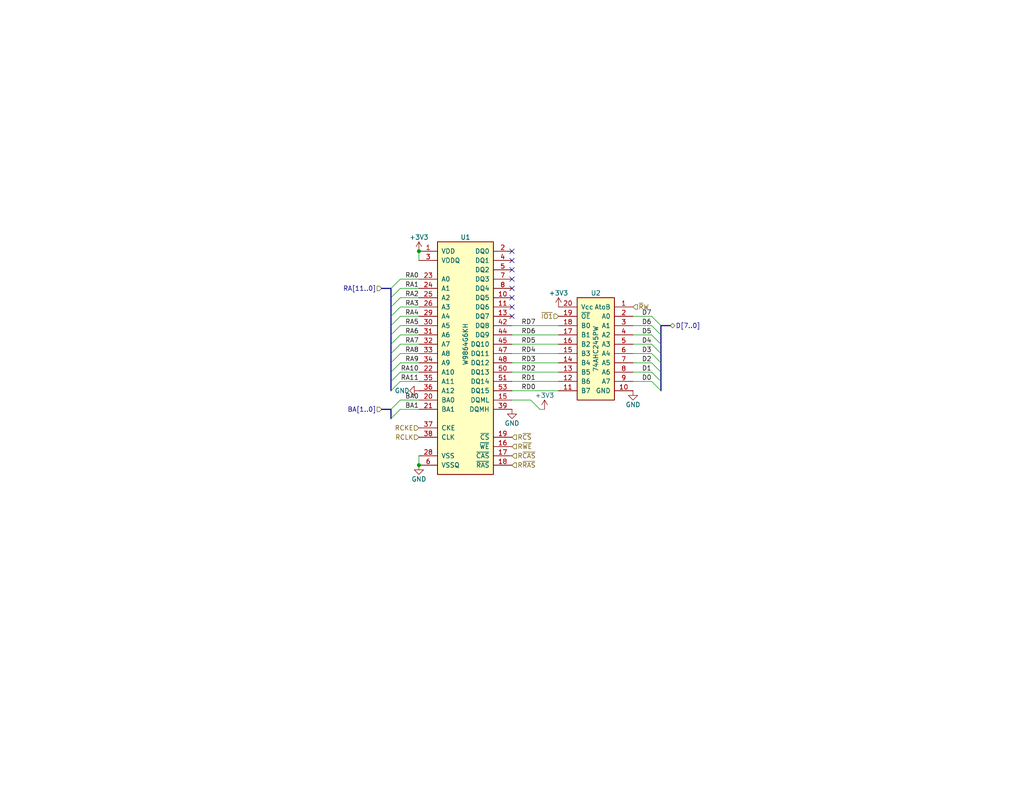
<source format=kicad_sch>
(kicad_sch (version 20211123) (generator eeschema)
  (paper "USLetter")
  (lib_symbols
    (symbol "GW_Logic:74245" (pin_names (offset 1.016))
      (property "Reference" "U" (at 0 15.24 0))
      (property "Value" "GW_Logic_74245" (at 0 0 90))
      (symbol "74245_0_1"
        (rectangle (start -5.08 13.97) (end 5.08 -13.97) (stroke (width 0.254)) (fill (type background)))
      )
      (symbol "74245_1_1"
        (pin input line (at -10.16 11.43 0) (length 5.08) (name "AtoB") (number "1"))
        (pin power_in line (at -10.16 -11.43 0) (length 5.08) (name "GND") (number "10"))
        (pin bidirectional line (at 10.16 -11.43 180) (length 5.08) (name "B7") (number "11"))
        (pin bidirectional line (at 10.16 -8.89 180) (length 5.08) (name "B6") (number "12"))
        (pin bidirectional line (at 10.16 -6.35 180) (length 5.08) (name "B5") (number "13"))
        (pin bidirectional line (at 10.16 -3.81 180) (length 5.08) (name "B4") (number "14"))
        (pin bidirectional line (at 10.16 -1.27 180) (length 5.08) (name "B3") (number "15"))
        (pin bidirectional line (at 10.16 1.27 180) (length 5.08) (name "B2") (number "16"))
        (pin bidirectional line (at 10.16 3.81 180) (length 5.08) (name "B1") (number "17"))
        (pin bidirectional line (at 10.16 6.35 180) (length 5.08) (name "B0") (number "18"))
        (pin input line (at 10.16 8.89 180) (length 5.08) (name "~{OE}") (number "19"))
        (pin bidirectional line (at -10.16 8.89 0) (length 5.08) (name "A0") (number "2"))
        (pin power_in line (at 10.16 11.43 180) (length 5.08) (name "Vcc") (number "20"))
        (pin bidirectional line (at -10.16 6.35 0) (length 5.08) (name "A1") (number "3"))
        (pin bidirectional line (at -10.16 3.81 0) (length 5.08) (name "A2") (number "4"))
        (pin bidirectional line (at -10.16 1.27 0) (length 5.08) (name "A3") (number "5"))
        (pin bidirectional line (at -10.16 -1.27 0) (length 5.08) (name "A4") (number "6"))
        (pin bidirectional line (at -10.16 -3.81 0) (length 5.08) (name "A5") (number "7"))
        (pin bidirectional line (at -10.16 -6.35 0) (length 5.08) (name "A6") (number "8"))
        (pin bidirectional line (at -10.16 -8.89 0) (length 5.08) (name "A7") (number "9"))
      )
    )
    (symbol "GW_RAM:SDRAM-16Mx16-TSOP2-54" (pin_names (offset 1.016))
      (property "Reference" "U" (at 0 29.21 0))
      (property "Value" "GW_RAM_SDRAM-16Mx16-TSOP2-54" (at 0 0 90))
      (symbol "SDRAM-16Mx16-TSOP2-54_0_1"
        (rectangle (start -7.62 27.94) (end 7.62 -35.56) (stroke (width 0.254)) (fill (type background)))
      )
      (symbol "SDRAM-16Mx16-TSOP2-54_1_1"
        (pin power_in line (at -12.7 25.4 0) (length 5.08) (name "VDD") (number "1"))
        (pin bidirectional line (at 12.7 12.7 180) (length 5.08) (name "DQ5") (number "10"))
        (pin bidirectional line (at 12.7 10.16 180) (length 5.08) (name "DQ6") (number "11"))
        (pin power_in line (at -12.7 -33.02 0) (length 5.08) hide (name "VSSQ") (number "12"))
        (pin bidirectional line (at 12.7 7.62 180) (length 5.08) (name "DQ7") (number "13"))
        (pin power_in line (at -12.7 25.4 0) (length 5.08) hide (name "VDD") (number "14"))
        (pin input line (at 12.7 -15.24 180) (length 5.08) (name "DQML") (number "15"))
        (pin input line (at 12.7 -27.94 180) (length 5.08) (name "~{WE}") (number "16"))
        (pin input line (at 12.7 -30.48 180) (length 5.08) (name "~{CAS}") (number "17"))
        (pin input line (at 12.7 -33.02 180) (length 5.08) (name "~{RAS}") (number "18"))
        (pin input line (at 12.7 -25.4 180) (length 5.08) (name "~{CS}") (number "19"))
        (pin bidirectional line (at 12.7 25.4 180) (length 5.08) (name "DQ0") (number "2"))
        (pin input line (at -12.7 -15.24 0) (length 5.08) (name "BA0") (number "20"))
        (pin input line (at -12.7 -17.78 0) (length 5.08) (name "BA1") (number "21"))
        (pin input line (at -12.7 -7.62 0) (length 5.08) (name "A10") (number "22"))
        (pin input line (at -12.7 17.78 0) (length 5.08) (name "A0") (number "23"))
        (pin input line (at -12.7 15.24 0) (length 5.08) (name "A1") (number "24"))
        (pin input line (at -12.7 12.7 0) (length 5.08) (name "A2") (number "25"))
        (pin input line (at -12.7 10.16 0) (length 5.08) (name "A3") (number "26"))
        (pin power_in line (at -12.7 25.4 0) (length 5.08) hide (name "VDD") (number "27"))
        (pin power_in line (at -12.7 -30.48 0) (length 5.08) (name "VSS") (number "28"))
        (pin input line (at -12.7 7.62 0) (length 5.08) (name "A4") (number "29"))
        (pin power_in line (at -12.7 22.86 0) (length 5.08) (name "VDDQ") (number "3"))
        (pin input line (at -12.7 5.08 0) (length 5.08) (name "A5") (number "30"))
        (pin input line (at -12.7 2.54 0) (length 5.08) (name "A6") (number "31"))
        (pin input line (at -12.7 0 0) (length 5.08) (name "A7") (number "32"))
        (pin input line (at -12.7 -2.54 0) (length 5.08) (name "A8") (number "33"))
        (pin input line (at -12.7 -5.08 0) (length 5.08) (name "A9") (number "34"))
        (pin input line (at -12.7 -10.16 0) (length 5.08) (name "A11") (number "35"))
        (pin input line (at -12.7 -12.7 0) (length 5.08) (name "A12") (number "36"))
        (pin input line (at -12.7 -22.86 0) (length 5.08) (name "CKE") (number "37"))
        (pin input line (at -12.7 -25.4 0) (length 5.08) (name "CLK") (number "38"))
        (pin input line (at 12.7 -17.78 180) (length 5.08) (name "DQMH") (number "39"))
        (pin bidirectional line (at 12.7 22.86 180) (length 5.08) (name "DQ1") (number "4"))
        (pin power_in line (at -12.7 -30.48 0) (length 5.08) hide (name "VSS") (number "41"))
        (pin bidirectional line (at 12.7 5.08 180) (length 5.08) (name "DQ8") (number "42"))
        (pin power_in line (at -12.7 22.86 0) (length 5.08) hide (name "VDDQ") (number "43"))
        (pin bidirectional line (at 12.7 2.54 180) (length 5.08) (name "DQ9") (number "44"))
        (pin bidirectional line (at 12.7 0 180) (length 5.08) (name "DQ10") (number "45"))
        (pin power_in line (at -12.7 -33.02 0) (length 5.08) hide (name "VSSQ") (number "46"))
        (pin bidirectional line (at 12.7 -2.54 180) (length 5.08) (name "DQ11") (number "47"))
        (pin bidirectional line (at 12.7 -5.08 180) (length 5.08) (name "DQ12") (number "48"))
        (pin power_in line (at -12.7 22.86 0) (length 5.08) hide (name "VDDQ") (number "49"))
        (pin bidirectional line (at 12.7 20.32 180) (length 5.08) (name "DQ2") (number "5"))
        (pin bidirectional line (at 12.7 -7.62 180) (length 5.08) (name "DQ13") (number "50"))
        (pin bidirectional line (at 12.7 -10.16 180) (length 5.08) (name "DQ14") (number "51"))
        (pin power_in line (at -12.7 -33.02 0) (length 5.08) hide (name "VSSQ") (number "52"))
        (pin bidirectional line (at 12.7 -12.7 180) (length 5.08) (name "DQ15") (number "53"))
        (pin power_in line (at -12.7 -30.48 0) (length 5.08) hide (name "VSS") (number "54"))
        (pin power_in line (at -12.7 -33.02 0) (length 5.08) (name "VSSQ") (number "6"))
        (pin bidirectional line (at 12.7 17.78 180) (length 5.08) (name "DQ3") (number "7"))
        (pin bidirectional line (at 12.7 15.24 180) (length 5.08) (name "DQ4") (number "8"))
        (pin power_in line (at -12.7 22.86 0) (length 5.08) hide (name "VDDQ") (number "9"))
      )
    )
    (symbol "power:+3V3" (power) (pin_names (offset 0))
      (property "Value" "+3V3" (at 0 3.556 0))
      (symbol "+3V3_0_1"
        (polyline (pts (xy -0.762 1.27) (xy 0 2.54)))
        (polyline (pts (xy 0 0) (xy 0 2.54)))
        (polyline (pts (xy 0 2.54) (xy 0.762 1.27)))
      )
      (symbol "+3V3_1_1"
        (pin power_in line (at 0 0 90) (length 0) hide (name "+3V3") (number "1"))
      )
    )
    (symbol "power:GND" (power) (pin_names (offset 0))
      (property "Value" "GND" (at 0 -3.81 0))
      (symbol "GND_0_1"
        (polyline (pts (xy 0 0) (xy 0 -1.27) (xy 1.27 -1.27) (xy 0 -2.54) (xy -1.27 -1.27) (xy 0 -1.27)))
      )
      (symbol "GND_1_1"
        (pin power_in line (at 0 0 270) (length 0) hide (name "GND") (number "1"))
      )
    )
  )
  (junction (at 114.3 127))
  (junction (at 114.3 68.58))
  (no_connect (at 139.7 73.66))
  (no_connect (at 139.7 83.82))
  (no_connect (at 139.7 71.12))
  (no_connect (at 139.7 76.2))
  (no_connect (at 139.7 86.36))
  (no_connect (at 139.7 68.58))
  (no_connect (at 139.7 81.28))
  (no_connect (at 139.7 78.74))
  (bus_entry (at 106.68 114.3) (size 2.54 -2.54))
  (bus_entry (at 177.8 96.52) (size 2.54 2.54))
  (bus_entry (at 177.8 99.06) (size 2.54 2.54))
  (bus_entry (at 106.68 93.98) (size 2.54 -2.54))
  (bus_entry (at 177.8 86.36) (size 2.54 2.54))
  (bus_entry (at 177.8 104.14) (size 2.54 2.54))
  (bus_entry (at 106.68 111.76) (size 2.54 -2.54))
  (bus_entry (at 106.68 78.74) (size 2.54 -2.54))
  (bus_entry (at 106.68 104.14) (size 2.54 -2.54))
  (bus_entry (at 106.68 91.44) (size 2.54 -2.54))
  (bus_entry (at 106.68 106.68) (size 2.54 -2.54))
  (bus_entry (at 177.8 101.6) (size 2.54 2.54))
  (bus_entry (at 177.8 93.98) (size 2.54 2.54))
  (bus_entry (at 106.68 96.52) (size 2.54 -2.54))
  (bus_entry (at 106.68 81.28) (size 2.54 -2.54))
  (bus_entry (at 177.8 91.44) (size 2.54 2.54))
  (bus_entry (at 177.8 88.9) (size 2.54 2.54))
  (bus_entry (at 106.68 83.82) (size 2.54 -2.54))
  (bus_entry (at 106.68 101.6) (size 2.54 -2.54))
  (bus_entry (at 106.68 99.06) (size 2.54 -2.54))
  (bus_entry (at 106.68 86.36) (size 2.54 -2.54))
  (bus_entry (at 106.68 88.9) (size 2.54 -2.54))
  (wire (pts (xy 109.22 81.28) (xy 114.3 81.28)))
  (wire (pts (xy 114.3 127) (xy 114.3 124.46)))
  (wire (pts (xy 144.78 109.22) (xy 147.32 111.76)))
  (bus (pts (xy 106.68 91.44) (xy 106.68 93.98)))
  (wire (pts (xy 114.3 68.58) (xy 114.3 71.12)))
  (bus (pts (xy 106.68 104.14) (xy 106.68 106.68)))
  (bus (pts (xy 180.34 88.9) (xy 180.34 91.44)))
  (wire (pts (xy 144.78 109.22) (xy 139.7 109.22)))
  (bus (pts (xy 180.34 96.52) (xy 180.34 99.06)))
  (bus (pts (xy 106.68 111.76) (xy 104.14 111.76)))
  (bus (pts (xy 180.34 101.6) (xy 180.34 104.14)))
  (wire (pts (xy 114.3 111.76) (xy 109.22 111.76)))
  (wire (pts (xy 172.72 101.6) (xy 177.8 101.6)))
  (wire (pts (xy 152.4 101.6) (xy 139.7 101.6)))
  (wire (pts (xy 109.22 101.6) (xy 114.3 101.6)))
  (wire (pts (xy 109.22 86.36) (xy 114.3 86.36)))
  (wire (pts (xy 109.22 91.44) (xy 114.3 91.44)))
  (bus (pts (xy 180.34 91.44) (xy 180.34 93.98)))
  (wire (pts (xy 152.4 93.98) (xy 139.7 93.98)))
  (bus (pts (xy 106.68 86.36) (xy 106.68 88.9)))
  (wire (pts (xy 172.72 93.98) (xy 177.8 93.98)))
  (wire (pts (xy 152.4 104.14) (xy 139.7 104.14)))
  (bus (pts (xy 106.68 101.6) (xy 106.68 104.14)))
  (bus (pts (xy 106.68 96.52) (xy 106.68 99.06)))
  (bus (pts (xy 106.68 81.28) (xy 106.68 83.82)))
  (bus (pts (xy 106.68 78.74) (xy 104.14 78.74)))
  (bus (pts (xy 106.68 93.98) (xy 106.68 96.52)))
  (wire (pts (xy 172.72 96.52) (xy 177.8 96.52)))
  (bus (pts (xy 180.34 104.14) (xy 180.34 106.68)))
  (wire (pts (xy 172.72 88.9) (xy 177.8 88.9)))
  (wire (pts (xy 152.4 88.9) (xy 139.7 88.9)))
  (wire (pts (xy 114.3 99.06) (xy 109.22 99.06)))
  (bus (pts (xy 106.68 114.3) (xy 106.68 111.76)))
  (bus (pts (xy 106.68 88.9) (xy 106.68 91.44)))
  (wire (pts (xy 152.4 91.44) (xy 139.7 91.44)))
  (wire (pts (xy 172.72 99.06) (xy 177.8 99.06)))
  (wire (pts (xy 114.3 78.74) (xy 109.22 78.74)))
  (wire (pts (xy 172.72 86.36) (xy 177.8 86.36)))
  (wire (pts (xy 109.22 96.52) (xy 114.3 96.52)))
  (wire (pts (xy 139.7 106.68) (xy 152.4 106.68)))
  (bus (pts (xy 180.34 99.06) (xy 180.34 101.6)))
  (wire (pts (xy 114.3 104.14) (xy 109.22 104.14)))
  (wire (pts (xy 152.4 99.06) (xy 139.7 99.06)))
  (wire (pts (xy 109.22 76.2) (xy 114.3 76.2)))
  (wire (pts (xy 172.72 104.14) (xy 177.8 104.14)))
  (wire (pts (xy 114.3 88.9) (xy 109.22 88.9)))
  (wire (pts (xy 109.22 109.22) (xy 114.3 109.22)))
  (bus (pts (xy 180.34 88.9) (xy 182.88 88.9)))
  (bus (pts (xy 180.34 93.98) (xy 180.34 96.52)))
  (bus (pts (xy 106.68 99.06) (xy 106.68 101.6)))
  (wire (pts (xy 152.4 96.52) (xy 139.7 96.52)))
  (wire (pts (xy 114.3 93.98) (xy 109.22 93.98)))
  (bus (pts (xy 106.68 78.74) (xy 106.68 81.28)))
  (wire (pts (xy 172.72 91.44) (xy 177.8 91.44)))
  (wire (pts (xy 114.3 83.82) (xy 109.22 83.82)))
  (wire (pts (xy 147.32 111.76) (xy 148.59 111.76)))
  (bus (pts (xy 106.68 83.82) (xy 106.68 86.36)))
  (label "RA5" (at 114.3 88.9 180))
  (label "RD5" (at 142.24 93.98 0))
  (label "D7" (at 177.8 86.36 180))
  (label "RD1" (at 142.24 104.14 0))
  (label "D6" (at 177.8 88.9 180))
  (label "D1" (at 177.8 101.6 180))
  (label "RA4" (at 114.3 86.36 180))
  (label "RA6" (at 114.3 91.44 180))
  (label "BA1" (at 114.3 111.76 180))
  (label "RA0" (at 114.3 76.2 180))
  (label "RA2" (at 114.3 81.28 180))
  (label "RA1" (at 114.3 78.74 180))
  (label "D5" (at 177.8 91.44 180))
  (label "RD7" (at 142.24 88.9 0))
  (label "D2" (at 177.8 99.06 180))
  (label "RD0" (at 142.24 106.68 0))
  (label "RA7" (at 114.3 93.98 180))
  (label "D3" (at 177.8 96.52 180))
  (label "RD2" (at 142.24 101.6 0))
  (label "BA0" (at 114.3 109.22 180))
  (label "RA9" (at 114.3 99.06 180))
  (label "RD4" (at 142.24 96.52 0))
  (label "RD3" (at 142.24 99.06 0))
  (label "D4" (at 177.8 93.98 180))
  (label "RA10" (at 114.3 101.6 180))
  (label "RA3" (at 114.3 83.82 180))
  (label "RA11" (at 114.3 104.14 180))
  (label "RD6" (at 142.24 91.44 0))
  (label "RA8" (at 114.3 96.52 180))
  (label "D0" (at 177.8 104.14 180))
  (hierarchical_label "~{IO1}" (shape input) (at 152.4 86.36 180))
  (hierarchical_label "R~{CS}" (shape input) (at 139.7 119.38 0))
  (hierarchical_label "RCLK" (shape input) (at 114.3 119.38 180))
  (hierarchical_label "R~{CAS}" (shape input) (at 139.7 124.46 0))
  (hierarchical_label "BA[1..0]" (shape input) (at 104.14 111.76 180))
  (hierarchical_label "RCKE" (shape input) (at 114.3 116.84 180))
  (hierarchical_label "RA[11..0]" (shape input) (at 104.14 78.74 180))
  (hierarchical_label "R~{RAS}" (shape input) (at 139.7 127 0))
  (hierarchical_label "~{R}W" (shape input) (at 172.72 83.82 0))
  (hierarchical_label "D[7..0]" (shape bidirectional) (at 182.88 88.9 0))
  (hierarchical_label "R~{WE}" (shape input) (at 139.7 121.92 0))
  (symbol (lib_id "power:+3V3") (at 114.3 68.58 0) (unit 1)
    (property "Reference" "#PWR0139" (effects hide))
    (property "Value" "+3V3" (at 114.3 64.77 0))
  )
  (symbol (lib_id "power:GND") (at 114.3 127 0) (unit 1)
    (property "Reference" "#PWR0140" (effects hide))
    (property "Value" "GND" (at 114.3 130.81 0))
  )
  (symbol (lib_id "GW_RAM:SDRAM-16Mx16-TSOP2-54") (at 127 93.98 0) (unit 1)
    (property "Reference" "U1" (at 127 64.77 0))
    (property "Value" "W9864G6KH" (at 127 93.98 90))
    (property "Footprint" "stdpads:TSOP-II-54_22.2x10.16mm_P0.8mm" (effects hide))
  )
  (symbol (lib_id "power:GND") (at 114.3 106.68 270) (unit 1)
    (property "Reference" "#PWR0141" (effects hide))
    (property "Value" "GND" (at 111.76 106.68 90) (effects (justify right)))
  )
  (symbol (lib_id "GW_Logic:74245") (at 162.56 95.25 0) (mirror y) (unit 1)
    (property "Reference" "U2" (at 162.56 80.01 0))
    (property "Value" "74AHC245PW" (at 162.56 95.25 90))
    (property "Footprint" "stdpads:TSSOP-20_4.4x6.5mm_P0.65mm" (effects hide))
  )
  (symbol (lib_id "power:GND") (at 172.72 106.68 0) (unit 1)
    (property "Reference" "#PWR0142" (effects hide))
    (property "Value" "GND" (at 172.72 110.49 0))
  )
  (symbol (lib_id "power:+3V3") (at 148.59 111.76 0) (unit 1)
    (property "Reference" "#PWR0143" (effects hide))
    (property "Value" "+3V3" (at 148.59 107.95 0))
  )
  (symbol (lib_id "power:+3V3") (at 152.4 83.82 0) (unit 1)
    (property "Reference" "#PWR0144" (effects hide))
    (property "Value" "+3V3" (at 152.4 80.01 0))
  )
  (symbol (lib_id "power:GND") (at 139.7 111.76 0) (unit 1)
    (property "Reference" "#PWR0149" (effects hide))
    (property "Value" "GND" (at 139.7 115.57 0))
  )
)
</source>
